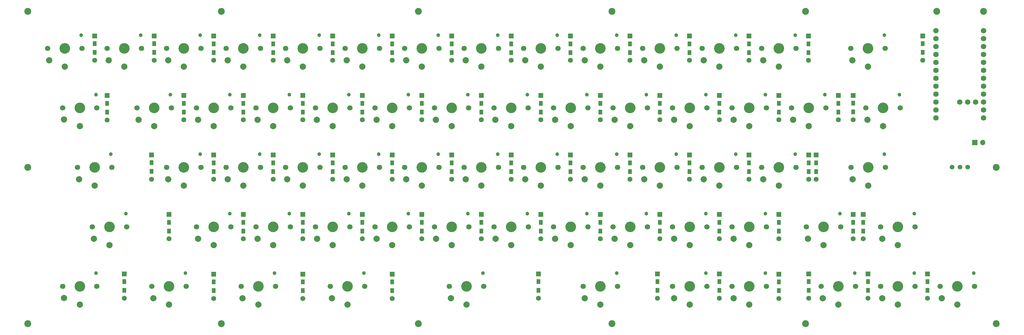
<source format=gbs>
G04 #@! TF.GenerationSoftware,KiCad,Pcbnew,(5.1.10)-1*
G04 #@! TF.CreationDate,2022-02-10T09:54:13+11:00*
G04 #@! TF.ProjectId,mf68,6d663638-2e6b-4696-9361-645f70636258,rev?*
G04 #@! TF.SameCoordinates,Original*
G04 #@! TF.FileFunction,Soldermask,Bot*
G04 #@! TF.FilePolarity,Negative*
%FSLAX46Y46*%
G04 Gerber Fmt 4.6, Leading zero omitted, Abs format (unit mm)*
G04 Created by KiCad (PCBNEW (5.1.10)-1) date 2022-02-10 09:54:13*
%MOMM*%
%LPD*%
G01*
G04 APERTURE LIST*
%ADD10C,2.200000*%
%ADD11C,1.700000*%
%ADD12C,2.000000*%
%ADD13C,3.400000*%
%ADD14C,1.200000*%
%ADD15R,1.600000X1.600000*%
%ADD16C,1.600000*%
%ADD17R,1.200000X1.600000*%
%ADD18O,1.700000X1.700000*%
%ADD19R,1.700000X1.700000*%
%ADD20C,1.500000*%
%ADD21C,1.752600*%
G04 APERTURE END LIST*
D10*
X322000000Y-58000000D03*
X341000000Y-108000000D03*
X337000000Y-58000000D03*
X280000000Y-58000000D03*
X218000000Y-58000000D03*
X156000000Y-58000000D03*
X31000000Y-58000000D03*
X93000000Y-58000000D03*
X218000000Y-158000000D03*
X280000000Y-158000000D03*
X156000000Y-158000000D03*
X93000000Y-158000000D03*
X31000000Y-108000000D03*
X341000000Y-158000000D03*
X31000000Y-158000000D03*
D11*
X138850000Y-146050000D03*
X127850000Y-146050000D03*
D12*
X128350000Y-149850000D03*
X133350000Y-151950000D03*
D13*
X133350000Y-146050000D03*
D14*
X138570000Y-141850000D03*
D11*
X176950000Y-146050000D03*
X165950000Y-146050000D03*
D12*
X166450000Y-149850000D03*
X171450000Y-151950000D03*
D13*
X171450000Y-146050000D03*
D14*
X176670000Y-141850000D03*
D11*
X305506000Y-69850000D03*
X294506000Y-69850000D03*
D12*
X295006000Y-73650000D03*
X300006000Y-75750000D03*
D13*
X300006000Y-69850000D03*
D14*
X305226000Y-65650000D03*
D11*
X219812500Y-146050000D03*
X208812500Y-146050000D03*
D12*
X209312500Y-149850000D03*
X214312500Y-151950000D03*
D13*
X214312500Y-146050000D03*
D14*
X219532500Y-141850000D03*
D11*
X305537500Y-107950000D03*
X294537500Y-107950000D03*
D12*
X295037500Y-111750000D03*
X300037500Y-113850000D03*
D13*
X300037500Y-107950000D03*
D14*
X305257500Y-103750000D03*
D11*
X57887500Y-107950000D03*
X46887500Y-107950000D03*
D12*
X47387500Y-111750000D03*
X52387500Y-113850000D03*
D13*
X52387500Y-107950000D03*
D14*
X57607500Y-103750000D03*
D15*
X317500000Y-65881250D03*
D16*
X317500000Y-73681250D03*
D17*
X317500000Y-71181250D03*
X317500000Y-68381250D03*
D15*
X298435400Y-123074150D03*
D16*
X298435400Y-130874150D03*
D17*
X298435400Y-128374150D03*
X298435400Y-125574150D03*
D15*
X319054800Y-142081250D03*
D16*
X319054800Y-149881250D03*
D17*
X319054800Y-147381250D03*
X319054800Y-144581250D03*
D15*
X300006000Y-142081250D03*
D16*
X300006000Y-149881250D03*
D17*
X300006000Y-147381250D03*
X300006000Y-144581250D03*
D15*
X280987500Y-142081250D03*
D16*
X280987500Y-149881250D03*
D17*
X280987500Y-147381250D03*
X280987500Y-144581250D03*
D15*
X271432800Y-142150000D03*
D16*
X271432800Y-149950000D03*
D17*
X271432800Y-147450000D03*
X271432800Y-144650000D03*
D15*
X252384000Y-142081250D03*
D16*
X252384000Y-149881250D03*
D17*
X252384000Y-147381250D03*
X252384000Y-144581250D03*
D15*
X232568750Y-142081250D03*
D16*
X232568750Y-149881250D03*
D17*
X232568750Y-147381250D03*
X232568750Y-144581250D03*
D15*
X194468750Y-142081250D03*
D16*
X194468750Y-149881250D03*
D17*
X194468750Y-147381250D03*
X194468750Y-144581250D03*
D15*
X147637500Y-142150000D03*
D16*
X147637500Y-149950000D03*
D17*
X147637500Y-147450000D03*
X147637500Y-144650000D03*
D15*
X119062500Y-142150000D03*
D16*
X119062500Y-149950000D03*
D17*
X119062500Y-147450000D03*
X119062500Y-144650000D03*
D15*
X90487500Y-142150000D03*
D16*
X90487500Y-149950000D03*
D17*
X90487500Y-147450000D03*
X90487500Y-144650000D03*
D15*
X61912500Y-142081250D03*
D16*
X61912500Y-149881250D03*
D17*
X61912500Y-147381250D03*
X61912500Y-144581250D03*
D15*
X295243800Y-84931250D03*
D16*
X295243800Y-92731250D03*
D17*
X295243800Y-90231250D03*
X295243800Y-87431250D03*
D15*
X295243800Y-123066950D03*
D16*
X295243800Y-130866950D03*
D17*
X295243800Y-128366950D03*
X295243800Y-125566950D03*
D15*
X271432800Y-123066950D03*
D16*
X271432800Y-130866950D03*
D17*
X271432800Y-128366950D03*
X271432800Y-125566950D03*
D15*
X252384000Y-123066950D03*
D16*
X252384000Y-130866950D03*
D17*
X252384000Y-128366950D03*
X252384000Y-125566950D03*
D15*
X233335200Y-123066950D03*
D16*
X233335200Y-130866950D03*
D17*
X233335200Y-128366950D03*
X233335200Y-125566950D03*
D15*
X214286400Y-123066950D03*
D16*
X214286400Y-130866950D03*
D17*
X214286400Y-128366950D03*
X214286400Y-125566950D03*
D15*
X195237600Y-123066950D03*
D16*
X195237600Y-130866950D03*
D17*
X195237600Y-128366950D03*
X195237600Y-125566950D03*
D15*
X176188800Y-123066950D03*
D16*
X176188800Y-130866950D03*
D17*
X176188800Y-128366950D03*
X176188800Y-125566950D03*
D15*
X157140000Y-123066950D03*
D16*
X157140000Y-130866950D03*
D17*
X157140000Y-128366950D03*
X157140000Y-125566950D03*
D15*
X138091200Y-123066950D03*
D16*
X138091200Y-130866950D03*
D17*
X138091200Y-128366950D03*
X138091200Y-125566950D03*
D15*
X119042400Y-123066950D03*
D16*
X119042400Y-130866950D03*
D17*
X119042400Y-128366950D03*
X119042400Y-125566950D03*
D15*
X99993600Y-123066950D03*
D16*
X99993600Y-130866950D03*
D17*
X99993600Y-128366950D03*
X99993600Y-125566950D03*
D15*
X76182600Y-123066950D03*
D16*
X76182600Y-130866950D03*
D17*
X76182600Y-128366950D03*
X76182600Y-125566950D03*
D15*
X283368750Y-104018150D03*
D16*
X283368750Y-111818150D03*
D17*
X283368750Y-109318150D03*
X283368750Y-106518150D03*
D15*
X280987500Y-104018150D03*
D16*
X280987500Y-111818150D03*
D17*
X280987500Y-109318150D03*
X280987500Y-106518150D03*
D15*
X261908400Y-104018150D03*
D16*
X261908400Y-111818150D03*
D17*
X261908400Y-109318150D03*
X261908400Y-106518150D03*
D15*
X242859600Y-104018150D03*
D16*
X242859600Y-111818150D03*
D17*
X242859600Y-109318150D03*
X242859600Y-106518150D03*
D15*
X223810800Y-104018150D03*
D16*
X223810800Y-111818150D03*
D17*
X223810800Y-109318150D03*
X223810800Y-106518150D03*
D15*
X204762000Y-104018150D03*
D16*
X204762000Y-111818150D03*
D17*
X204762000Y-109318150D03*
X204762000Y-106518150D03*
D15*
X185713200Y-104018150D03*
D16*
X185713200Y-111818150D03*
D17*
X185713200Y-109318150D03*
X185713200Y-106518150D03*
D15*
X166664400Y-104018150D03*
D16*
X166664400Y-111818150D03*
D17*
X166664400Y-109318150D03*
X166664400Y-106518150D03*
D15*
X147615600Y-104018150D03*
D16*
X147615600Y-111818150D03*
D17*
X147615600Y-109318150D03*
X147615600Y-106518150D03*
D15*
X128566800Y-104018150D03*
D16*
X128566800Y-111818150D03*
D17*
X128566800Y-109318150D03*
X128566800Y-106518150D03*
D15*
X109518000Y-104018150D03*
D16*
X109518000Y-111818150D03*
D17*
X109518000Y-109318150D03*
X109518000Y-106518150D03*
D15*
X90469200Y-104018150D03*
D16*
X90469200Y-111818150D03*
D17*
X90469200Y-109318150D03*
X90469200Y-106518150D03*
D15*
X70643750Y-103981250D03*
D16*
X70643750Y-111781250D03*
D17*
X70643750Y-109281250D03*
X70643750Y-106481250D03*
D15*
X290481600Y-84969350D03*
D16*
X290481600Y-92769350D03*
D17*
X290481600Y-90269350D03*
X290481600Y-87469350D03*
D15*
X271432800Y-84969350D03*
D16*
X271432800Y-92769350D03*
D17*
X271432800Y-90269350D03*
X271432800Y-87469350D03*
D15*
X252384000Y-84969350D03*
D16*
X252384000Y-92769350D03*
D17*
X252384000Y-90269350D03*
X252384000Y-87469350D03*
D15*
X233335200Y-84969350D03*
D16*
X233335200Y-92769350D03*
D17*
X233335200Y-90269350D03*
X233335200Y-87469350D03*
D15*
X214286400Y-84969350D03*
D16*
X214286400Y-92769350D03*
D17*
X214286400Y-90269350D03*
X214286400Y-87469350D03*
D15*
X195237600Y-84969350D03*
D16*
X195237600Y-92769350D03*
D17*
X195237600Y-90269350D03*
X195237600Y-87469350D03*
D15*
X176188800Y-84969350D03*
D16*
X176188800Y-92769350D03*
D17*
X176188800Y-90269350D03*
X176188800Y-87469350D03*
D15*
X157140000Y-84969350D03*
D16*
X157140000Y-92769350D03*
D17*
X157140000Y-90269350D03*
X157140000Y-87469350D03*
D15*
X138091200Y-84969350D03*
D16*
X138091200Y-92769350D03*
D17*
X138091200Y-90269350D03*
X138091200Y-87469350D03*
D15*
X119042400Y-84969350D03*
D16*
X119042400Y-92769350D03*
D17*
X119042400Y-90269350D03*
X119042400Y-87469350D03*
D15*
X99993600Y-84969350D03*
D16*
X99993600Y-92769350D03*
D17*
X99993600Y-90269350D03*
X99993600Y-87469350D03*
D15*
X80944800Y-84969350D03*
D16*
X80944800Y-92769350D03*
D17*
X80944800Y-90269350D03*
X80944800Y-87469350D03*
D15*
X56400000Y-84985946D03*
D16*
X56400000Y-92785946D03*
D17*
X56400000Y-90285946D03*
X56400000Y-87485946D03*
D15*
X280957200Y-65920550D03*
D16*
X280957200Y-73720550D03*
D17*
X280957200Y-71220550D03*
X280957200Y-68420550D03*
D15*
X261908400Y-65920550D03*
D16*
X261908400Y-73720550D03*
D17*
X261908400Y-71220550D03*
X261908400Y-68420550D03*
D15*
X242859600Y-65920550D03*
D16*
X242859600Y-73720550D03*
D17*
X242859600Y-71220550D03*
X242859600Y-68420550D03*
D15*
X223810800Y-65920550D03*
D16*
X223810800Y-73720550D03*
D17*
X223810800Y-71220550D03*
X223810800Y-68420550D03*
D15*
X204762000Y-65920550D03*
D16*
X204762000Y-73720550D03*
D17*
X204762000Y-71220550D03*
X204762000Y-68420550D03*
D15*
X185713200Y-65920550D03*
D16*
X185713200Y-73720550D03*
D17*
X185713200Y-71220550D03*
X185713200Y-68420550D03*
D15*
X166664400Y-65920550D03*
D16*
X166664400Y-73720550D03*
D17*
X166664400Y-71220550D03*
X166664400Y-68420550D03*
D15*
X147615600Y-65920550D03*
D16*
X147615600Y-73720550D03*
D17*
X147615600Y-71220550D03*
X147615600Y-68420550D03*
D15*
X128566800Y-65920550D03*
D16*
X128566800Y-73720550D03*
D17*
X128566800Y-71220550D03*
X128566800Y-68420550D03*
D15*
X109518000Y-65920550D03*
D16*
X109518000Y-73720550D03*
D17*
X109518000Y-71220550D03*
X109518000Y-68420550D03*
D15*
X90487500Y-65920550D03*
D16*
X90487500Y-73720550D03*
D17*
X90487500Y-71220550D03*
X90487500Y-68420550D03*
D15*
X71437500Y-65881250D03*
D16*
X71437500Y-73681250D03*
D17*
X71437500Y-71181250D03*
X71437500Y-68381250D03*
D15*
X52387500Y-65881250D03*
D16*
X52387500Y-73681250D03*
D17*
X52387500Y-71181250D03*
X52387500Y-68381250D03*
D11*
X134066800Y-88900000D03*
X123066800Y-88900000D03*
D12*
X123566800Y-92700000D03*
X128566800Y-94800000D03*
D13*
X128566800Y-88900000D03*
D14*
X133786800Y-84700000D03*
D11*
X315062500Y-127000000D03*
X304062500Y-127000000D03*
D12*
X304562500Y-130800000D03*
X309562500Y-132900000D03*
D13*
X309562500Y-127000000D03*
D14*
X314782500Y-122800000D03*
D11*
X334112500Y-146050000D03*
X323112500Y-146050000D03*
D12*
X323612500Y-149850000D03*
X328612500Y-151950000D03*
D13*
X328612500Y-146050000D03*
D14*
X333832500Y-141850000D03*
D11*
X315062500Y-146050000D03*
X304062500Y-146050000D03*
D12*
X304562500Y-149850000D03*
X309562500Y-151950000D03*
D13*
X309562500Y-146050000D03*
D14*
X314782500Y-141850000D03*
D11*
X295981600Y-146050000D03*
X284981600Y-146050000D03*
D12*
X285481600Y-149850000D03*
X290481600Y-151950000D03*
D13*
X290481600Y-146050000D03*
D14*
X295701600Y-141850000D03*
D11*
X267437500Y-146050000D03*
X256437500Y-146050000D03*
D12*
X256937500Y-149850000D03*
X261937500Y-151950000D03*
D13*
X261937500Y-146050000D03*
D14*
X267157500Y-141850000D03*
D11*
X248387500Y-146050000D03*
X237387500Y-146050000D03*
D12*
X237887500Y-149850000D03*
X242887500Y-151950000D03*
D13*
X242887500Y-146050000D03*
D14*
X248107500Y-141850000D03*
D11*
X267437500Y-127000000D03*
X256437500Y-127000000D03*
D12*
X256937500Y-130800000D03*
X261937500Y-132900000D03*
D13*
X261937500Y-127000000D03*
D14*
X267157500Y-122800000D03*
D11*
X248387500Y-127000000D03*
X237387500Y-127000000D03*
D12*
X237887500Y-130800000D03*
X242887500Y-132900000D03*
D13*
X242887500Y-127000000D03*
D14*
X248107500Y-122800000D03*
D11*
X229337500Y-127000000D03*
X218337500Y-127000000D03*
D12*
X218837500Y-130800000D03*
X223837500Y-132900000D03*
D13*
X223837500Y-127000000D03*
D14*
X229057500Y-122800000D03*
D11*
X210287500Y-127000000D03*
X199287500Y-127000000D03*
D12*
X199787500Y-130800000D03*
X204787500Y-132900000D03*
D13*
X204787500Y-127000000D03*
D14*
X210007500Y-122800000D03*
D11*
X191237500Y-127000000D03*
X180237500Y-127000000D03*
D12*
X180737500Y-130800000D03*
X185737500Y-132900000D03*
D13*
X185737500Y-127000000D03*
D14*
X190957500Y-122800000D03*
D11*
X172187500Y-127000000D03*
X161187500Y-127000000D03*
D12*
X161687500Y-130800000D03*
X166687500Y-132900000D03*
D13*
X166687500Y-127000000D03*
D14*
X171907500Y-122800000D03*
D11*
X153137500Y-127000000D03*
X142137500Y-127000000D03*
D12*
X142637500Y-130800000D03*
X147637500Y-132900000D03*
D13*
X147637500Y-127000000D03*
D14*
X152857500Y-122800000D03*
D11*
X134087500Y-127000000D03*
X123087500Y-127000000D03*
D12*
X123587500Y-130800000D03*
X128587500Y-132900000D03*
D13*
X128587500Y-127000000D03*
D14*
X133807500Y-122800000D03*
D11*
X115037500Y-127000000D03*
X104037500Y-127000000D03*
D12*
X104537500Y-130800000D03*
X109537500Y-132900000D03*
D13*
X109537500Y-127000000D03*
D14*
X114757500Y-122800000D03*
D11*
X95969200Y-127000000D03*
X84969200Y-127000000D03*
D12*
X85469200Y-130800000D03*
X90469200Y-132900000D03*
D13*
X90469200Y-127000000D03*
D14*
X95689200Y-122800000D03*
D11*
X276962500Y-107950000D03*
X265962500Y-107950000D03*
D12*
X266462500Y-111750000D03*
X271462500Y-113850000D03*
D13*
X271462500Y-107950000D03*
D14*
X276682500Y-103750000D03*
D11*
X257912500Y-107950000D03*
X246912500Y-107950000D03*
D12*
X247412500Y-111750000D03*
X252412500Y-113850000D03*
D13*
X252412500Y-107950000D03*
D14*
X257632500Y-103750000D03*
D11*
X238862500Y-107950000D03*
X227862500Y-107950000D03*
D12*
X228362500Y-111750000D03*
X233362500Y-113850000D03*
D13*
X233362500Y-107950000D03*
D14*
X238582500Y-103750000D03*
D11*
X219812500Y-107950000D03*
X208812500Y-107950000D03*
D12*
X209312500Y-111750000D03*
X214312500Y-113850000D03*
D13*
X214312500Y-107950000D03*
D14*
X219532500Y-103750000D03*
D11*
X200762500Y-107950000D03*
X189762500Y-107950000D03*
D12*
X190262500Y-111750000D03*
X195262500Y-113850000D03*
D13*
X195262500Y-107950000D03*
D14*
X200482500Y-103750000D03*
D11*
X181712500Y-107950000D03*
X170712500Y-107950000D03*
D12*
X171212500Y-111750000D03*
X176212500Y-113850000D03*
D13*
X176212500Y-107950000D03*
D14*
X181432500Y-103750000D03*
D11*
X162662500Y-107950000D03*
X151662500Y-107950000D03*
D12*
X152162500Y-111750000D03*
X157162500Y-113850000D03*
D13*
X157162500Y-107950000D03*
D14*
X162382500Y-103750000D03*
D11*
X143612500Y-107950000D03*
X132612500Y-107950000D03*
D12*
X133112500Y-111750000D03*
X138112500Y-113850000D03*
D13*
X138112500Y-107950000D03*
D14*
X143332500Y-103750000D03*
D11*
X124562500Y-107950000D03*
X113562500Y-107950000D03*
D12*
X114062500Y-111750000D03*
X119062500Y-113850000D03*
D13*
X119062500Y-107950000D03*
D14*
X124282500Y-103750000D03*
D11*
X105512500Y-107950000D03*
X94512500Y-107950000D03*
D12*
X95012500Y-111750000D03*
X100012500Y-113850000D03*
D13*
X100012500Y-107950000D03*
D14*
X105232500Y-103750000D03*
D11*
X86462500Y-107950000D03*
X75462500Y-107950000D03*
D12*
X75962500Y-111750000D03*
X80962500Y-113850000D03*
D13*
X80962500Y-107950000D03*
D14*
X86182500Y-103750000D03*
D11*
X286487500Y-88900000D03*
X275487500Y-88900000D03*
D12*
X275987500Y-92700000D03*
X280987500Y-94800000D03*
D13*
X280987500Y-88900000D03*
D14*
X286207500Y-84700000D03*
D11*
X267437500Y-88900000D03*
X256437500Y-88900000D03*
D12*
X256937500Y-92700000D03*
X261937500Y-94800000D03*
D13*
X261937500Y-88900000D03*
D14*
X267157500Y-84700000D03*
D11*
X248387500Y-88900000D03*
X237387500Y-88900000D03*
D12*
X237887500Y-92700000D03*
X242887500Y-94800000D03*
D13*
X242887500Y-88900000D03*
D14*
X248107500Y-84700000D03*
D11*
X229337500Y-88900000D03*
X218337500Y-88900000D03*
D12*
X218837500Y-92700000D03*
X223837500Y-94800000D03*
D13*
X223837500Y-88900000D03*
D14*
X229057500Y-84700000D03*
D11*
X210287500Y-88900000D03*
X199287500Y-88900000D03*
D12*
X199787500Y-92700000D03*
X204787500Y-94800000D03*
D13*
X204787500Y-88900000D03*
D14*
X210007500Y-84700000D03*
D11*
X191213200Y-88900000D03*
X180213200Y-88900000D03*
D12*
X180713200Y-92700000D03*
X185713200Y-94800000D03*
D13*
X185713200Y-88900000D03*
D14*
X190933200Y-84700000D03*
D11*
X172164400Y-88900000D03*
X161164400Y-88900000D03*
D12*
X161664400Y-92700000D03*
X166664400Y-94800000D03*
D13*
X166664400Y-88900000D03*
D14*
X171884400Y-84700000D03*
D11*
X153137500Y-88900000D03*
X142137500Y-88900000D03*
D12*
X142637500Y-92700000D03*
X147637500Y-94800000D03*
D13*
X147637500Y-88900000D03*
D14*
X152857500Y-84700000D03*
D11*
X115018000Y-88900000D03*
X104018000Y-88900000D03*
D12*
X104518000Y-92700000D03*
X109518000Y-94800000D03*
D13*
X109518000Y-88900000D03*
D14*
X114738000Y-84700000D03*
D11*
X95969200Y-88900000D03*
X84969200Y-88900000D03*
D12*
X85469200Y-92700000D03*
X90469200Y-94800000D03*
D13*
X90469200Y-88900000D03*
D14*
X95689200Y-84700000D03*
D11*
X76920400Y-88900000D03*
X65920400Y-88900000D03*
D12*
X66420400Y-92700000D03*
X71420400Y-94800000D03*
D13*
X71420400Y-88900000D03*
D14*
X76640400Y-84700000D03*
D11*
X276932800Y-69850000D03*
X265932800Y-69850000D03*
D12*
X266432800Y-73650000D03*
X271432800Y-75750000D03*
D13*
X271432800Y-69850000D03*
D14*
X276652800Y-65650000D03*
D11*
X257884000Y-69850000D03*
X246884000Y-69850000D03*
D12*
X247384000Y-73650000D03*
X252384000Y-75750000D03*
D13*
X252384000Y-69850000D03*
D14*
X257604000Y-65650000D03*
D11*
X238835200Y-69850000D03*
X227835200Y-69850000D03*
D12*
X228335200Y-73650000D03*
X233335200Y-75750000D03*
D13*
X233335200Y-69850000D03*
D14*
X238555200Y-65650000D03*
D11*
X219786400Y-69850000D03*
X208786400Y-69850000D03*
D12*
X209286400Y-73650000D03*
X214286400Y-75750000D03*
D13*
X214286400Y-69850000D03*
D14*
X219506400Y-65650000D03*
D11*
X200737600Y-69850000D03*
X189737600Y-69850000D03*
D12*
X190237600Y-73650000D03*
X195237600Y-75750000D03*
D13*
X195237600Y-69850000D03*
D14*
X200457600Y-65650000D03*
D11*
X181688800Y-69850000D03*
X170688800Y-69850000D03*
D12*
X171188800Y-73650000D03*
X176188800Y-75750000D03*
D13*
X176188800Y-69850000D03*
D14*
X181408800Y-65650000D03*
D11*
X162640000Y-69850000D03*
X151640000Y-69850000D03*
D12*
X152140000Y-73650000D03*
X157140000Y-75750000D03*
D13*
X157140000Y-69850000D03*
D14*
X162360000Y-65650000D03*
D11*
X143591200Y-69850000D03*
X132591200Y-69850000D03*
D12*
X133091200Y-73650000D03*
X138091200Y-75750000D03*
D13*
X138091200Y-69850000D03*
D14*
X143311200Y-65650000D03*
D11*
X124562500Y-69850000D03*
X113562500Y-69850000D03*
D12*
X114062500Y-73650000D03*
X119062500Y-75750000D03*
D13*
X119062500Y-69850000D03*
D14*
X124282500Y-65650000D03*
D11*
X105512500Y-69850000D03*
X94512500Y-69850000D03*
D12*
X95012500Y-73650000D03*
X100012500Y-75750000D03*
D13*
X100012500Y-69850000D03*
D14*
X105232500Y-65650000D03*
D11*
X86462500Y-69850000D03*
X75462500Y-69850000D03*
D12*
X75962500Y-73650000D03*
X80962500Y-75750000D03*
D13*
X80962500Y-69850000D03*
D14*
X86182500Y-65650000D03*
D11*
X67412500Y-69850000D03*
X56412500Y-69850000D03*
D12*
X56912500Y-73650000D03*
X61912500Y-75750000D03*
D13*
X61912500Y-69850000D03*
D14*
X67132500Y-65650000D03*
D11*
X48362500Y-69850000D03*
X37362500Y-69850000D03*
D12*
X37862500Y-73650000D03*
X42862500Y-75750000D03*
D13*
X42862500Y-69850000D03*
D14*
X48082500Y-65650000D03*
D11*
X110275000Y-146050000D03*
X99275000Y-146050000D03*
D12*
X99775000Y-149850000D03*
X104775000Y-151950000D03*
D13*
X104775000Y-146050000D03*
D14*
X109995000Y-141850000D03*
D11*
X81700000Y-146050000D03*
X70700000Y-146050000D03*
D12*
X71200000Y-149850000D03*
X76200000Y-151950000D03*
D13*
X76200000Y-146050000D03*
D14*
X81420000Y-141850000D03*
D11*
X53121940Y-146040616D03*
X42121940Y-146040616D03*
D12*
X42621940Y-149840616D03*
X47621940Y-151940616D03*
D13*
X47621940Y-146040616D03*
D14*
X52841940Y-141840616D03*
D11*
X310324100Y-88900000D03*
X299324100Y-88900000D03*
D12*
X299824100Y-92700000D03*
X304824100Y-94800000D03*
D13*
X304824100Y-88900000D03*
D14*
X310044100Y-84700000D03*
D11*
X291250000Y-127000000D03*
X280250000Y-127000000D03*
D12*
X280750000Y-130800000D03*
X285750000Y-132900000D03*
D13*
X285750000Y-127000000D03*
D14*
X290970000Y-122800000D03*
D11*
X62650000Y-127000000D03*
X51650000Y-127000000D03*
D12*
X52150000Y-130800000D03*
X57150000Y-132900000D03*
D13*
X57150000Y-127000000D03*
D14*
X62370000Y-122800000D03*
D11*
X53121940Y-88894288D03*
X42121940Y-88894288D03*
D12*
X42621940Y-92694288D03*
X47621940Y-94794288D03*
D13*
X47621940Y-88894288D03*
D14*
X52841940Y-84694288D03*
D18*
X336675100Y-99981400D03*
D19*
X334135100Y-99981400D03*
D20*
X331900000Y-107918400D03*
X329400000Y-107918400D03*
X326900000Y-107918400D03*
D21*
X336992900Y-64180000D03*
X336992900Y-66720000D03*
X336992900Y-69260000D03*
X336992900Y-71800000D03*
X336992900Y-74340000D03*
X336992900Y-76880000D03*
X336992900Y-79420000D03*
X336992900Y-81960000D03*
X336992900Y-84500000D03*
X336992900Y-87040000D03*
X336992900Y-89580000D03*
X321752900Y-92120000D03*
X321752900Y-89580000D03*
X321752900Y-87040000D03*
X321752900Y-84500000D03*
X321752900Y-81960000D03*
X321752900Y-79420000D03*
X321752900Y-76880000D03*
X321752900Y-74340000D03*
X321752900Y-71800000D03*
X321752900Y-69260000D03*
X321752900Y-66720000D03*
X336992900Y-92120000D03*
X321752900Y-64180000D03*
X334452900Y-87040000D03*
X331912900Y-87040000D03*
X329372900Y-87040000D03*
M02*

</source>
